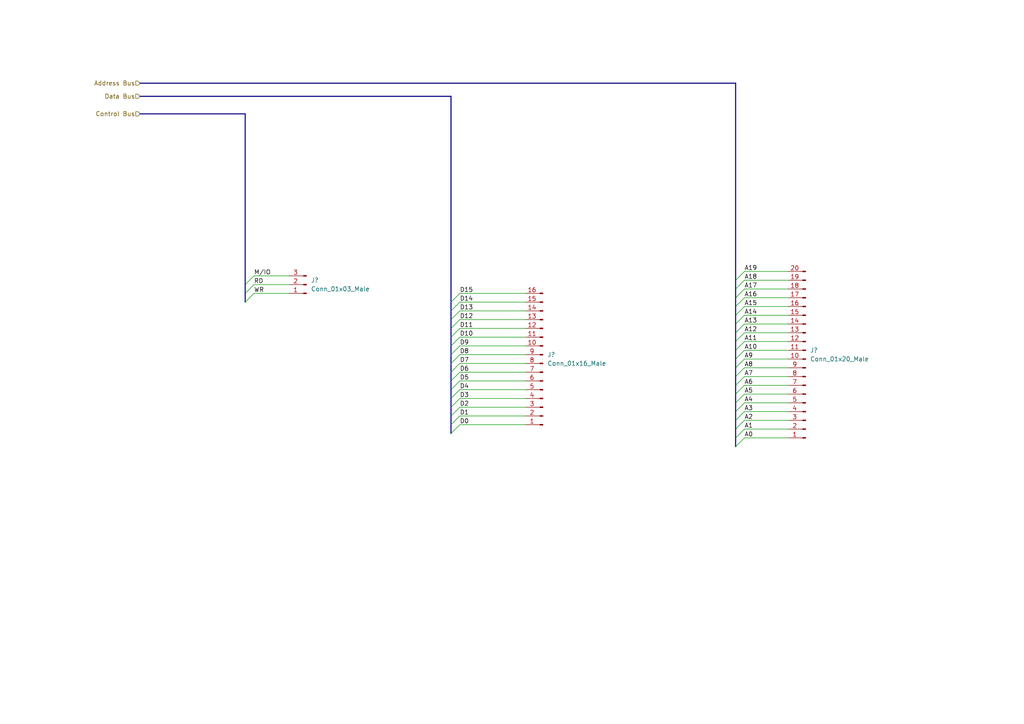
<source format=kicad_sch>
(kicad_sch (version 20211123) (generator eeschema)
  (paper "A4")
  (lib_symbols
    (symbol "Connector:Conn_01x03_Male" (pin_names (offset 1.016) hide)
      (property "Reference" "J" (at 0 5.08 0))
      (property "Value" "Conn_01x03_Male" (at 0 -5.08 0))
      (symbol "Conn_01x03_Male_1_1"
        (polyline (pts (xy 1.27 -2.54) (xy 0.8636 -2.54)) (stroke (width 0.1524)))
        (polyline (pts (xy 1.27 0) (xy 0.8636 0)) (stroke (width 0.1524)))
        (polyline (pts (xy 1.27 2.54) (xy 0.8636 2.54)) (stroke (width 0.1524)))
        (rectangle (start 0.8636 -2.413) (end 0 -2.667) (stroke (width 0.1524)) (fill (type outline)))
        (rectangle (start 0.8636 0.127) (end 0 -0.127) (stroke (width 0.1524)) (fill (type outline)))
        (rectangle (start 0.8636 2.667) (end 0 2.413) (stroke (width 0.1524)) (fill (type outline)))
        (pin passive line (at 5.08 2.54 180) (length 3.81) (name "Pin_1") (number "1"))
        (pin passive line (at 5.08 0 180) (length 3.81) (name "Pin_2") (number "2"))
        (pin passive line (at 5.08 -2.54 180) (length 3.81) (name "Pin_3") (number "3"))
      )
    )
    (symbol "Connector:Conn_01x16_Male" (pin_names (offset 1.016) hide)
      (property "Reference" "J" (at 0 20.32 0))
      (property "Value" "Conn_01x16_Male" (at 0 -22.86 0))
      (symbol "Conn_01x16_Male_1_1"
        (polyline (pts (xy 1.27 -20.32) (xy 0.8636 -20.32)) (stroke (width 0.1524)))
        (polyline (pts (xy 1.27 -17.78) (xy 0.8636 -17.78)) (stroke (width 0.1524)))
        (polyline (pts (xy 1.27 -15.24) (xy 0.8636 -15.24)) (stroke (width 0.1524)))
        (polyline (pts (xy 1.27 -12.7) (xy 0.8636 -12.7)) (stroke (width 0.1524)))
        (polyline (pts (xy 1.27 -10.16) (xy 0.8636 -10.16)) (stroke (width 0.1524)))
        (polyline (pts (xy 1.27 -7.62) (xy 0.8636 -7.62)) (stroke (width 0.1524)))
        (polyline (pts (xy 1.27 -5.08) (xy 0.8636 -5.08)) (stroke (width 0.1524)))
        (polyline (pts (xy 1.27 -2.54) (xy 0.8636 -2.54)) (stroke (width 0.1524)))
        (polyline (pts (xy 1.27 0) (xy 0.8636 0)) (stroke (width 0.1524)))
        (polyline (pts (xy 1.27 2.54) (xy 0.8636 2.54)) (stroke (width 0.1524)))
        (polyline (pts (xy 1.27 5.08) (xy 0.8636 5.08)) (stroke (width 0.1524)))
        (polyline (pts (xy 1.27 7.62) (xy 0.8636 7.62)) (stroke (width 0.1524)))
        (polyline (pts (xy 1.27 10.16) (xy 0.8636 10.16)) (stroke (width 0.1524)))
        (polyline (pts (xy 1.27 12.7) (xy 0.8636 12.7)) (stroke (width 0.1524)))
        (polyline (pts (xy 1.27 15.24) (xy 0.8636 15.24)) (stroke (width 0.1524)))
        (polyline (pts (xy 1.27 17.78) (xy 0.8636 17.78)) (stroke (width 0.1524)))
        (rectangle (start 0.8636 -20.193) (end 0 -20.447) (stroke (width 0.1524)) (fill (type outline)))
        (rectangle (start 0.8636 -17.653) (end 0 -17.907) (stroke (width 0.1524)) (fill (type outline)))
        (rectangle (start 0.8636 -15.113) (end 0 -15.367) (stroke (width 0.1524)) (fill (type outline)))
        (rectangle (start 0.8636 -12.573) (end 0 -12.827) (stroke (width 0.1524)) (fill (type outline)))
        (rectangle (start 0.8636 -10.033) (end 0 -10.287) (stroke (width 0.1524)) (fill (type outline)))
        (rectangle (start 0.8636 -7.493) (end 0 -7.747) (stroke (width 0.1524)) (fill (type outline)))
        (rectangle (start 0.8636 -4.953) (end 0 -5.207) (stroke (width 0.1524)) (fill (type outline)))
        (rectangle (start 0.8636 -2.413) (end 0 -2.667) (stroke (width 0.1524)) (fill (type outline)))
        (rectangle (start 0.8636 0.127) (end 0 -0.127) (stroke (width 0.1524)) (fill (type outline)))
        (rectangle (start 0.8636 2.667) (end 0 2.413) (stroke (width 0.1524)) (fill (type outline)))
        (rectangle (start 0.8636 5.207) (end 0 4.953) (stroke (width 0.1524)) (fill (type outline)))
        (rectangle (start 0.8636 7.747) (end 0 7.493) (stroke (width 0.1524)) (fill (type outline)))
        (rectangle (start 0.8636 10.287) (end 0 10.033) (stroke (width 0.1524)) (fill (type outline)))
        (rectangle (start 0.8636 12.827) (end 0 12.573) (stroke (width 0.1524)) (fill (type outline)))
        (rectangle (start 0.8636 15.367) (end 0 15.113) (stroke (width 0.1524)) (fill (type outline)))
        (rectangle (start 0.8636 17.907) (end 0 17.653) (stroke (width 0.1524)) (fill (type outline)))
        (pin passive line (at 5.08 17.78 180) (length 3.81) (name "Pin_1") (number "1"))
        (pin passive line (at 5.08 -5.08 180) (length 3.81) (name "Pin_10") (number "10"))
        (pin passive line (at 5.08 -7.62 180) (length 3.81) (name "Pin_11") (number "11"))
        (pin passive line (at 5.08 -10.16 180) (length 3.81) (name "Pin_12") (number "12"))
        (pin passive line (at 5.08 -12.7 180) (length 3.81) (name "Pin_13") (number "13"))
        (pin passive line (at 5.08 -15.24 180) (length 3.81) (name "Pin_14") (number "14"))
        (pin passive line (at 5.08 -17.78 180) (length 3.81) (name "Pin_15") (number "15"))
        (pin passive line (at 5.08 -20.32 180) (length 3.81) (name "Pin_16") (number "16"))
        (pin passive line (at 5.08 15.24 180) (length 3.81) (name "Pin_2") (number "2"))
        (pin passive line (at 5.08 12.7 180) (length 3.81) (name "Pin_3") (number "3"))
        (pin passive line (at 5.08 10.16 180) (length 3.81) (name "Pin_4") (number "4"))
        (pin passive line (at 5.08 7.62 180) (length 3.81) (name "Pin_5") (number "5"))
        (pin passive line (at 5.08 5.08 180) (length 3.81) (name "Pin_6") (number "6"))
        (pin passive line (at 5.08 2.54 180) (length 3.81) (name "Pin_7") (number "7"))
        (pin passive line (at 5.08 0 180) (length 3.81) (name "Pin_8") (number "8"))
        (pin passive line (at 5.08 -2.54 180) (length 3.81) (name "Pin_9") (number "9"))
      )
    )
    (symbol "Connector:Conn_01x20_Male" (pin_names (offset 1.016) hide)
      (property "Reference" "J" (at 0 25.4 0))
      (property "Value" "Conn_01x20_Male" (at 0 -27.94 0))
      (symbol "Conn_01x20_Male_1_1"
        (polyline (pts (xy 1.27 -25.4) (xy 0.8636 -25.4)) (stroke (width 0.1524)))
        (polyline (pts (xy 1.27 -22.86) (xy 0.8636 -22.86)) (stroke (width 0.1524)))
        (polyline (pts (xy 1.27 -20.32) (xy 0.8636 -20.32)) (stroke (width 0.1524)))
        (polyline (pts (xy 1.27 -17.78) (xy 0.8636 -17.78)) (stroke (width 0.1524)))
        (polyline (pts (xy 1.27 -15.24) (xy 0.8636 -15.24)) (stroke (width 0.1524)))
        (polyline (pts (xy 1.27 -12.7) (xy 0.8636 -12.7)) (stroke (width 0.1524)))
        (polyline (pts (xy 1.27 -10.16) (xy 0.8636 -10.16)) (stroke (width 0.1524)))
        (polyline (pts (xy 1.27 -7.62) (xy 0.8636 -7.62)) (stroke (width 0.1524)))
        (polyline (pts (xy 1.27 -5.08) (xy 0.8636 -5.08)) (stroke (width 0.1524)))
        (polyline (pts (xy 1.27 -2.54) (xy 0.8636 -2.54)) (stroke (width 0.1524)))
        (polyline (pts (xy 1.27 0) (xy 0.8636 0)) (stroke (width 0.1524)))
        (polyline (pts (xy 1.27 2.54) (xy 0.8636 2.54)) (stroke (width 0.1524)))
        (polyline (pts (xy 1.27 5.08) (xy 0.8636 5.08)) (stroke (width 0.1524)))
        (polyline (pts (xy 1.27 7.62) (xy 0.8636 7.62)) (stroke (width 0.1524)))
        (polyline (pts (xy 1.27 10.16) (xy 0.8636 10.16)) (stroke (width 0.1524)))
        (polyline (pts (xy 1.27 12.7) (xy 0.8636 12.7)) (stroke (width 0.1524)))
        (polyline (pts (xy 1.27 15.24) (xy 0.8636 15.24)) (stroke (width 0.1524)))
        (polyline (pts (xy 1.27 17.78) (xy 0.8636 17.78)) (stroke (width 0.1524)))
        (polyline (pts (xy 1.27 20.32) (xy 0.8636 20.32)) (stroke (width 0.1524)))
        (polyline (pts (xy 1.27 22.86) (xy 0.8636 22.86)) (stroke (width 0.1524)))
        (rectangle (start 0.8636 -25.273) (end 0 -25.527) (stroke (width 0.1524)) (fill (type outline)))
        (rectangle (start 0.8636 -22.733) (end 0 -22.987) (stroke (width 0.1524)) (fill (type outline)))
        (rectangle (start 0.8636 -20.193) (end 0 -20.447) (stroke (width 0.1524)) (fill (type outline)))
        (rectangle (start 0.8636 -17.653) (end 0 -17.907) (stroke (width 0.1524)) (fill (type outline)))
        (rectangle (start 0.8636 -15.113) (end 0 -15.367) (stroke (width 0.1524)) (fill (type outline)))
        (rectangle (start 0.8636 -12.573) (end 0 -12.827) (stroke (width 0.1524)) (fill (type outline)))
        (rectangle (start 0.8636 -10.033) (end 0 -10.287) (stroke (width 0.1524)) (fill (type outline)))
        (rectangle (start 0.8636 -7.493) (end 0 -7.747) (stroke (width 0.1524)) (fill (type outline)))
        (rectangle (start 0.8636 -4.953) (end 0 -5.207) (stroke (width 0.1524)) (fill (type outline)))
        (rectangle (start 0.8636 -2.413) (end 0 -2.667) (stroke (width 0.1524)) (fill (type outline)))
        (rectangle (start 0.8636 0.127) (end 0 -0.127) (stroke (width 0.1524)) (fill (type outline)))
        (rectangle (start 0.8636 2.667) (end 0 2.413) (stroke (width 0.1524)) (fill (type outline)))
        (rectangle (start 0.8636 5.207) (end 0 4.953) (stroke (width 0.1524)) (fill (type outline)))
        (rectangle (start 0.8636 7.747) (end 0 7.493) (stroke (width 0.1524)) (fill (type outline)))
        (rectangle (start 0.8636 10.287) (end 0 10.033) (stroke (width 0.1524)) (fill (type outline)))
        (rectangle (start 0.8636 12.827) (end 0 12.573) (stroke (width 0.1524)) (fill (type outline)))
        (rectangle (start 0.8636 15.367) (end 0 15.113) (stroke (width 0.1524)) (fill (type outline)))
        (rectangle (start 0.8636 17.907) (end 0 17.653) (stroke (width 0.1524)) (fill (type outline)))
        (rectangle (start 0.8636 20.447) (end 0 20.193) (stroke (width 0.1524)) (fill (type outline)))
        (rectangle (start 0.8636 22.987) (end 0 22.733) (stroke (width 0.1524)) (fill (type outline)))
        (pin passive line (at 5.08 22.86 180) (length 3.81) (name "Pin_1") (number "1"))
        (pin passive line (at 5.08 0 180) (length 3.81) (name "Pin_10") (number "10"))
        (pin passive line (at 5.08 -2.54 180) (length 3.81) (name "Pin_11") (number "11"))
        (pin passive line (at 5.08 -5.08 180) (length 3.81) (name "Pin_12") (number "12"))
        (pin passive line (at 5.08 -7.62 180) (length 3.81) (name "Pin_13") (number "13"))
        (pin passive line (at 5.08 -10.16 180) (length 3.81) (name "Pin_14") (number "14"))
        (pin passive line (at 5.08 -12.7 180) (length 3.81) (name "Pin_15") (number "15"))
        (pin passive line (at 5.08 -15.24 180) (length 3.81) (name "Pin_16") (number "16"))
        (pin passive line (at 5.08 -17.78 180) (length 3.81) (name "Pin_17") (number "17"))
        (pin passive line (at 5.08 -20.32 180) (length 3.81) (name "Pin_18") (number "18"))
        (pin passive line (at 5.08 -22.86 180) (length 3.81) (name "Pin_19") (number "19"))
        (pin passive line (at 5.08 20.32 180) (length 3.81) (name "Pin_2") (number "2"))
        (pin passive line (at 5.08 -25.4 180) (length 3.81) (name "Pin_20") (number "20"))
        (pin passive line (at 5.08 17.78 180) (length 3.81) (name "Pin_3") (number "3"))
        (pin passive line (at 5.08 15.24 180) (length 3.81) (name "Pin_4") (number "4"))
        (pin passive line (at 5.08 12.7 180) (length 3.81) (name "Pin_5") (number "5"))
        (pin passive line (at 5.08 10.16 180) (length 3.81) (name "Pin_6") (number "6"))
        (pin passive line (at 5.08 7.62 180) (length 3.81) (name "Pin_7") (number "7"))
        (pin passive line (at 5.08 5.08 180) (length 3.81) (name "Pin_8") (number "8"))
        (pin passive line (at 5.08 2.54 180) (length 3.81) (name "Pin_9") (number "9"))
      )
    )
  )
  (bus_entry (at 130.81 100.33) (size 2.54 -2.54))
  (bus_entry (at 130.81 102.87) (size 2.54 -2.54))
  (bus_entry (at 130.81 97.79) (size 2.54 -2.54))
  (bus_entry (at 130.81 95.25) (size 2.54 -2.54))
  (bus_entry (at 130.81 92.71) (size 2.54 -2.54))
  (bus_entry (at 130.81 90.17) (size 2.54 -2.54))
  (bus_entry (at 130.81 87.63) (size 2.54 -2.54))
  (bus_entry (at 213.36 124.46) (size 2.54 -2.54))
  (bus_entry (at 213.36 121.92) (size 2.54 -2.54))
  (bus_entry (at 213.36 119.38) (size 2.54 -2.54))
  (bus_entry (at 213.36 127) (size 2.54 -2.54))
  (bus_entry (at 213.36 129.54) (size 2.54 -2.54))
  (bus_entry (at 213.36 116.84) (size 2.54 -2.54))
  (bus_entry (at 213.36 109.22) (size 2.54 -2.54))
  (bus_entry (at 213.36 106.68) (size 2.54 -2.54))
  (bus_entry (at 213.36 104.14) (size 2.54 -2.54))
  (bus_entry (at 213.36 101.6) (size 2.54 -2.54))
  (bus_entry (at 213.36 99.06) (size 2.54 -2.54))
  (bus_entry (at 213.36 96.52) (size 2.54 -2.54))
  (bus_entry (at 213.36 93.98) (size 2.54 -2.54))
  (bus_entry (at 213.36 91.44) (size 2.54 -2.54))
  (bus_entry (at 213.36 88.9) (size 2.54 -2.54))
  (bus_entry (at 213.36 86.36) (size 2.54 -2.54))
  (bus_entry (at 213.36 83.82) (size 2.54 -2.54))
  (bus_entry (at 213.36 81.28) (size 2.54 -2.54))
  (bus_entry (at 213.36 114.3) (size 2.54 -2.54))
  (bus_entry (at 213.36 111.76) (size 2.54 -2.54))
  (bus_entry (at 71.12 87.63) (size 2.54 -2.54))
  (bus_entry (at 71.12 85.09) (size 2.54 -2.54))
  (bus_entry (at 71.12 82.55) (size 2.54 -2.54))
  (bus_entry (at 130.81 120.65) (size 2.54 -2.54))
  (bus_entry (at 130.81 118.11) (size 2.54 -2.54))
  (bus_entry (at 130.81 115.57) (size 2.54 -2.54))
  (bus_entry (at 130.81 113.03) (size 2.54 -2.54))
  (bus_entry (at 130.81 123.19) (size 2.54 -2.54))
  (bus_entry (at 130.81 110.49) (size 2.54 -2.54))
  (bus_entry (at 130.81 125.73) (size 2.54 -2.54))
  (bus_entry (at 130.81 107.95) (size 2.54 -2.54))
  (bus_entry (at 130.81 105.41) (size 2.54 -2.54))
  (wire (pts (xy 215.9 116.84) (xy 228.6 116.84)))
  (wire (pts (xy 133.35 102.87) (xy 152.4 102.87)))
  (wire (pts (xy 133.35 95.25) (xy 152.4 95.25)))
  (bus (pts (xy 130.81 97.79) (xy 130.81 100.33)))
  (bus (pts (xy 213.36 124.46) (xy 213.36 127)))
  (wire (pts (xy 215.9 106.68) (xy 228.6 106.68)))
  (bus (pts (xy 213.36 86.36) (xy 213.36 88.9)))
  (bus (pts (xy 213.36 127) (xy 213.36 129.54)))
  (bus (pts (xy 71.12 85.09) (xy 71.12 87.63)))
  (bus (pts (xy 130.81 95.25) (xy 130.81 97.79)))
  (bus (pts (xy 130.81 115.57) (xy 130.81 118.11)))
  (wire (pts (xy 215.9 114.3) (xy 228.6 114.3)))
  (wire (pts (xy 215.9 93.98) (xy 228.6 93.98)))
  (bus (pts (xy 213.36 106.68) (xy 213.36 109.22)))
  (bus (pts (xy 130.81 113.03) (xy 130.81 115.57)))
  (bus (pts (xy 213.36 109.22) (xy 213.36 111.76)))
  (bus (pts (xy 213.36 101.6) (xy 213.36 104.14)))
  (wire (pts (xy 215.9 81.28) (xy 228.6 81.28)))
  (bus (pts (xy 213.36 104.14) (xy 213.36 106.68)))
  (wire (pts (xy 133.35 123.19) (xy 152.4 123.19)))
  (wire (pts (xy 133.35 107.95) (xy 152.4 107.95)))
  (bus (pts (xy 213.36 24.13) (xy 213.36 81.28)))
  (bus (pts (xy 130.81 110.49) (xy 130.81 113.03)))
  (wire (pts (xy 215.9 104.14) (xy 228.6 104.14)))
  (bus (pts (xy 130.81 120.65) (xy 130.81 123.19)))
  (bus (pts (xy 213.36 91.44) (xy 213.36 93.98)))
  (bus (pts (xy 71.12 82.55) (xy 71.12 85.09)))
  (wire (pts (xy 133.35 120.65) (xy 152.4 120.65)))
  (wire (pts (xy 73.66 80.01) (xy 83.82 80.01)))
  (bus (pts (xy 130.81 102.87) (xy 130.81 105.41)))
  (wire (pts (xy 133.35 110.49) (xy 152.4 110.49)))
  (bus (pts (xy 130.81 123.19) (xy 130.81 125.73)))
  (bus (pts (xy 71.12 33.02) (xy 71.12 82.55)))
  (wire (pts (xy 133.35 100.33) (xy 152.4 100.33)))
  (wire (pts (xy 133.35 92.71) (xy 152.4 92.71)))
  (wire (pts (xy 73.66 82.55) (xy 83.82 82.55)))
  (wire (pts (xy 215.9 86.36) (xy 228.6 86.36)))
  (bus (pts (xy 213.36 96.52) (xy 213.36 99.06)))
  (wire (pts (xy 215.9 96.52) (xy 228.6 96.52)))
  (bus (pts (xy 213.36 83.82) (xy 213.36 86.36)))
  (bus (pts (xy 130.81 118.11) (xy 130.81 120.65)))
  (wire (pts (xy 133.35 87.63) (xy 152.4 87.63)))
  (bus (pts (xy 213.36 93.98) (xy 213.36 96.52)))
  (wire (pts (xy 215.9 91.44) (xy 228.6 91.44)))
  (wire (pts (xy 133.35 90.17) (xy 152.4 90.17)))
  (wire (pts (xy 215.9 88.9) (xy 228.6 88.9)))
  (bus (pts (xy 130.81 107.95) (xy 130.81 110.49)))
  (wire (pts (xy 215.9 119.38) (xy 228.6 119.38)))
  (bus (pts (xy 213.36 88.9) (xy 213.36 91.44)))
  (wire (pts (xy 133.35 97.79) (xy 152.4 97.79)))
  (bus (pts (xy 130.81 87.63) (xy 130.81 90.17)))
  (bus (pts (xy 130.81 90.17) (xy 130.81 92.71)))
  (bus (pts (xy 40.64 33.02) (xy 71.12 33.02)))
  (wire (pts (xy 133.35 115.57) (xy 152.4 115.57)))
  (wire (pts (xy 215.9 127) (xy 228.6 127)))
  (wire (pts (xy 215.9 78.74) (xy 228.6 78.74)))
  (wire (pts (xy 215.9 83.82) (xy 228.6 83.82)))
  (wire (pts (xy 133.35 105.41) (xy 152.4 105.41)))
  (wire (pts (xy 215.9 121.92) (xy 228.6 121.92)))
  (bus (pts (xy 213.36 121.92) (xy 213.36 124.46)))
  (bus (pts (xy 40.64 27.94) (xy 130.81 27.94)))
  (wire (pts (xy 215.9 99.06) (xy 228.6 99.06)))
  (bus (pts (xy 130.81 27.94) (xy 130.81 87.63)))
  (bus (pts (xy 40.64 24.13) (xy 213.36 24.13)))
  (wire (pts (xy 133.35 113.03) (xy 152.4 113.03)))
  (bus (pts (xy 213.36 114.3) (xy 213.36 116.84)))
  (bus (pts (xy 130.81 105.41) (xy 130.81 107.95)))
  (bus (pts (xy 130.81 92.71) (xy 130.81 95.25)))
  (bus (pts (xy 213.36 119.38) (xy 213.36 121.92)))
  (bus (pts (xy 130.81 100.33) (xy 130.81 102.87)))
  (wire (pts (xy 133.35 85.09) (xy 152.4 85.09)))
  (wire (pts (xy 215.9 124.46) (xy 228.6 124.46)))
  (wire (pts (xy 215.9 101.6) (xy 228.6 101.6)))
  (wire (pts (xy 133.35 118.11) (xy 152.4 118.11)))
  (wire (pts (xy 215.9 111.76) (xy 228.6 111.76)))
  (bus (pts (xy 213.36 99.06) (xy 213.36 101.6)))
  (wire (pts (xy 73.66 85.09) (xy 83.82 85.09)))
  (bus (pts (xy 213.36 81.28) (xy 213.36 83.82)))
  (wire (pts (xy 215.9 109.22) (xy 228.6 109.22)))
  (bus (pts (xy 213.36 116.84) (xy 213.36 119.38)))
  (bus (pts (xy 213.36 111.76) (xy 213.36 114.3)))
  (label "D6" (at 133.35 107.95 0))
  (label "A17" (at 215.9 83.82 0))
  (label "D13" (at 133.35 90.17 0))
  (label "A7" (at 215.9 109.22 0))
  (label "D14" (at 133.35 87.63 0))
  (label "D2" (at 133.35 118.11 0))
  (label "A13" (at 215.9 93.98 0))
  (label "RD" (at 73.66 82.55 0))
  (label "A8" (at 215.9 106.68 0))
  (label "D4" (at 133.35 113.03 0))
  (label "WR" (at 73.66 85.09 0))
  (label "A3" (at 215.9 119.38 0))
  (label "A6" (at 215.9 111.76 0))
  (label "A5" (at 215.9 114.3 0))
  (label "D7" (at 133.35 105.41 0))
  (label "D1" (at 133.35 120.65 0))
  (label "A12" (at 215.9 96.52 0))
  (label "D15" (at 133.35 85.09 0))
  (label "A16" (at 215.9 86.36 0))
  (label "D9" (at 133.35 100.33 0))
  (label "D12" (at 133.35 92.71 0))
  (label "A4" (at 215.9 116.84 0))
  (label "A19" (at 215.9 78.74 0))
  (label "A10" (at 215.9 101.6 0))
  (label "A2" (at 215.9 121.92 0))
  (label "A9" (at 215.9 104.14 0))
  (label "D11" (at 133.35 95.25 0))
  (label "D0" (at 133.35 123.19 0))
  (label "A14" (at 215.9 91.44 0))
  (label "D3" (at 133.35 115.57 0))
  (label "A0" (at 215.9 127 0))
  (label "M{slash}IO" (at 73.66 80.01 0))
  (label "A1" (at 215.9 124.46 0))
  (label "D8" (at 133.35 102.87 0))
  (label "A15" (at 215.9 88.9 0))
  (label "D5" (at 133.35 110.49 0))
  (label "A18" (at 215.9 81.28 0))
  (label "A11" (at 215.9 99.06 0))
  (label "D10" (at 133.35 97.79 0))
  (hierarchical_label "Control Bus" (shape input) (at 40.64 33.02 180))
  (hierarchical_label "Address Bus" (shape input) (at 40.64 24.13 180))
  (hierarchical_label "Data Bus" (shape input) (at 40.64 27.94 180))
  (symbol (lib_id "Connector:Conn_01x20_Male") (at 233.68 104.14 180) (unit 1)
    (property "Reference" "J?" (at 234.95 101.5999 0) (effects (justify right)))
    (property "Value" "Conn_01x20_Male" (at 234.95 104.1399 0) (effects (justify right)))
  )
  (symbol (lib_id "Connector:Conn_01x16_Male") (at 157.48 105.41 180) (unit 1)
    (property "Reference" "J?" (at 158.75 102.8699 0) (effects (justify right)))
    (property "Value" "Conn_01x16_Male" (at 158.75 105.4099 0) (effects (justify right)))
  )
  (symbol (lib_id "Connector:Conn_01x03_Male") (at 88.9 82.55 180) (unit 1)
    (property "Reference" "J?" (at 90.17 81.2799 0) (effects (justify right)))
    (property "Value" "Conn_01x03_Male" (at 90.17 83.8199 0) (effects (justify right)))
  )
)
</source>
